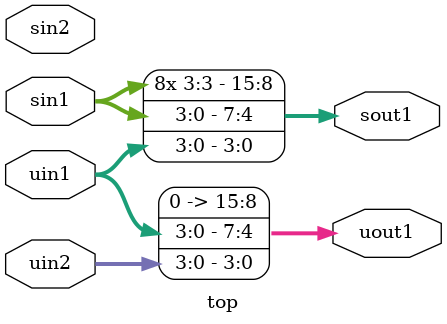
<source format=sv>
module top (
	output logic [15:0] uout1,
	output logic signed [15:0] sout1,
	input logic [3:0] uin1,
	input logic [3:0] uin2,
	input logic signed [3:0] sin1,
	input logic signed [3:0] sin2
);

	assign uout1 = {uin1, uin2};
	assign sout1 = $signed({sin1, uin1});

endmodule



</source>
